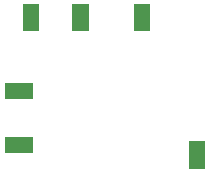
<source format=gbr>
%TF.GenerationSoftware,KiCad,Pcbnew,8.0.8-8.0.8-0~ubuntu24.04.1*%
%TF.CreationDate,2025-02-14T12:49:09-06:00*%
%TF.ProjectId,tof_module,746f665f-6d6f-4647-956c-652e6b696361,rev?*%
%TF.SameCoordinates,Original*%
%TF.FileFunction,Soldermask,Bot*%
%TF.FilePolarity,Negative*%
%FSLAX46Y46*%
G04 Gerber Fmt 4.6, Leading zero omitted, Abs format (unit mm)*
G04 Created by KiCad (PCBNEW 8.0.8-8.0.8-0~ubuntu24.04.1) date 2025-02-14 12:49:09*
%MOMM*%
%LPD*%
G01*
G04 APERTURE LIST*
G04 APERTURE END LIST*
G36*
X124296679Y-88036874D02*
G01*
X124298143Y-88040410D01*
X124298143Y-90390410D01*
X124296679Y-90393946D01*
X124293143Y-90395410D01*
X124283039Y-90395410D01*
X122953247Y-90395410D01*
X122943143Y-90395410D01*
X122939607Y-90393946D01*
X122938143Y-90390410D01*
X122938143Y-88040410D01*
X122939607Y-88036874D01*
X122943143Y-88035410D01*
X124293143Y-88035410D01*
X124296679Y-88036874D01*
G37*
G36*
X109754157Y-87689651D02*
G01*
X109755621Y-87693187D01*
X109755621Y-89043187D01*
X109754157Y-89046723D01*
X109750621Y-89048187D01*
X109740517Y-89048187D01*
X107410725Y-89048187D01*
X107400621Y-89048187D01*
X107397085Y-89046723D01*
X107395621Y-89043187D01*
X107395621Y-87693187D01*
X107397085Y-87689651D01*
X107400621Y-87688187D01*
X109750621Y-87688187D01*
X109754157Y-87689651D01*
G37*
G36*
X109767595Y-83114392D02*
G01*
X109769059Y-83117928D01*
X109769059Y-84467928D01*
X109767595Y-84471464D01*
X109764059Y-84472928D01*
X109753955Y-84472928D01*
X107424163Y-84472928D01*
X107414059Y-84472928D01*
X107410523Y-84471464D01*
X107409059Y-84467928D01*
X107409059Y-83117928D01*
X107410523Y-83114392D01*
X107414059Y-83112928D01*
X109764059Y-83112928D01*
X109767595Y-83114392D01*
G37*
G36*
X110274856Y-76401464D02*
G01*
X110276320Y-76405000D01*
X110276320Y-78755000D01*
X110274856Y-78758536D01*
X110271320Y-78760000D01*
X110261216Y-78760000D01*
X108931424Y-78760000D01*
X108921320Y-78760000D01*
X108917784Y-78758536D01*
X108916320Y-78755000D01*
X108916320Y-76405000D01*
X108917784Y-76401464D01*
X108921320Y-76400000D01*
X110271320Y-76400000D01*
X110274856Y-76401464D01*
G37*
G36*
X114466974Y-76401464D02*
G01*
X114468438Y-76405000D01*
X114468438Y-78755000D01*
X114466974Y-78758536D01*
X114463438Y-78760000D01*
X114453334Y-78760000D01*
X113123542Y-78760000D01*
X113113438Y-78760000D01*
X113109902Y-78758536D01*
X113108438Y-78755000D01*
X113108438Y-76405000D01*
X113109902Y-76401464D01*
X113113438Y-76400000D01*
X114463438Y-76400000D01*
X114466974Y-76401464D01*
G37*
G36*
X119687664Y-76401464D02*
G01*
X119689128Y-76405000D01*
X119689128Y-78755000D01*
X119687664Y-78758536D01*
X119684128Y-78760000D01*
X119674024Y-78760000D01*
X118344232Y-78760000D01*
X118334128Y-78760000D01*
X118330592Y-78758536D01*
X118329128Y-78755000D01*
X118329128Y-76405000D01*
X118330592Y-76401464D01*
X118334128Y-76400000D01*
X119684128Y-76400000D01*
X119687664Y-76401464D01*
G37*
M02*

</source>
